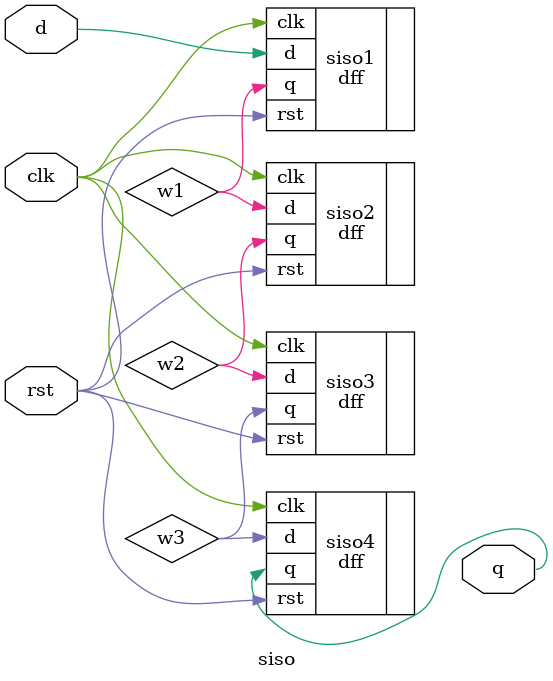
<source format=v>

module siso(clk,rst,d,q);
input clk,d,rst;
output  q;

wire w1, w2,w3;

 dff siso1(.clk(clk),
           .rst(rst),
           .d(d),
           .q(w1));

 dff siso2(.clk(clk),
           .rst(rst),
           .d(w1),
           .q(w2));

 dff siso3(.clk(clk),
           .rst(rst),
           .d(w2),
           .q(w3));

 dff siso4(.clk(clk),
           .rst(rst),
           .d(w3),
           .q(q));

endmodule

</source>
